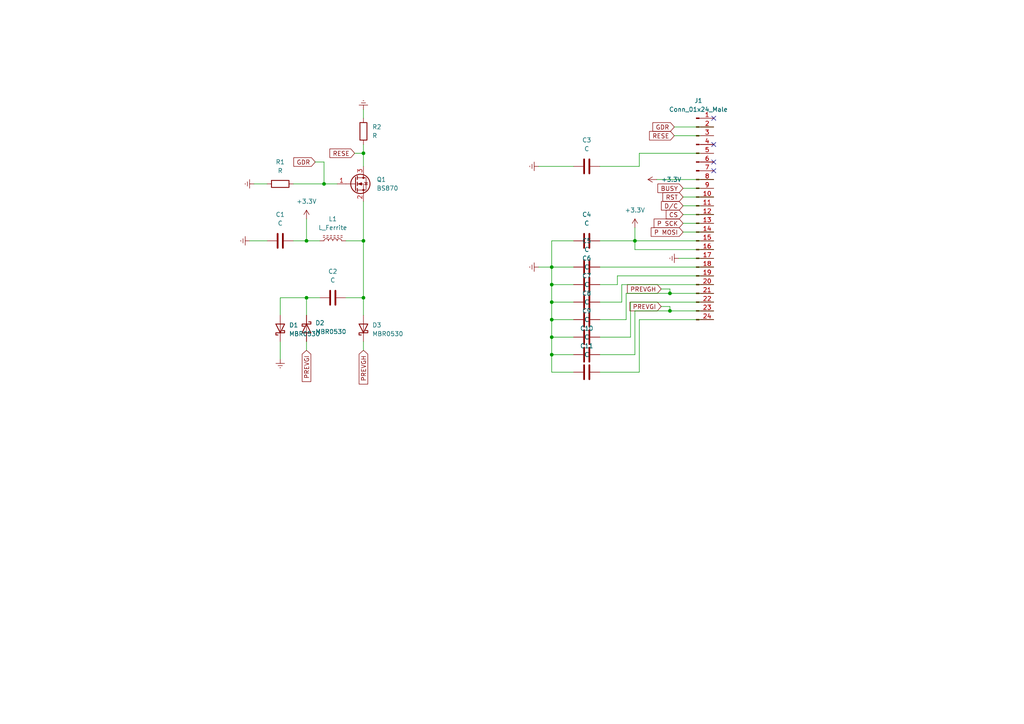
<source format=kicad_sch>
(kicad_sch (version 20211123) (generator eeschema)
  (paper "A4")
  (lib_symbols
    (symbol "Connector:Conn_01x24_Male" (pin_names (offset 1.016) hide)
      (property "Reference" "J" (at 0 30.48 0))
      (property "Value" "Conn_01x24_Male" (at 0 -33.02 0))
      (symbol "Conn_01x24_Male_1_1"
        (polyline (pts (xy 1.27 -30.48) (xy 0.8636 -30.48)) (stroke (width 0.1524)))
        (polyline (pts (xy 1.27 -27.94) (xy 0.8636 -27.94)) (stroke (width 0.1524)))
        (polyline (pts (xy 1.27 -25.4) (xy 0.8636 -25.4)) (stroke (width 0.1524)))
        (polyline (pts (xy 1.27 -22.86) (xy 0.8636 -22.86)) (stroke (width 0.1524)))
        (polyline (pts (xy 1.27 -20.32) (xy 0.8636 -20.32)) (stroke (width 0.1524)))
        (polyline (pts (xy 1.27 -17.78) (xy 0.8636 -17.78)) (stroke (width 0.1524)))
        (polyline (pts (xy 1.27 -15.24) (xy 0.8636 -15.24)) (stroke (width 0.1524)))
        (polyline (pts (xy 1.27 -12.7) (xy 0.8636 -12.7)) (stroke (width 0.1524)))
        (polyline (pts (xy 1.27 -10.16) (xy 0.8636 -10.16)) (stroke (width 0.1524)))
        (polyline (pts (xy 1.27 -7.62) (xy 0.8636 -7.62)) (stroke (width 0.1524)))
        (polyline (pts (xy 1.27 -5.08) (xy 0.8636 -5.08)) (stroke (width 0.1524)))
        (polyline (pts (xy 1.27 -2.54) (xy 0.8636 -2.54)) (stroke (width 0.1524)))
        (polyline (pts (xy 1.27 0) (xy 0.8636 0)) (stroke (width 0.1524)))
        (polyline (pts (xy 1.27 2.54) (xy 0.8636 2.54)) (stroke (width 0.1524)))
        (polyline (pts (xy 1.27 5.08) (xy 0.8636 5.08)) (stroke (width 0.1524)))
        (polyline (pts (xy 1.27 7.62) (xy 0.8636 7.62)) (stroke (width 0.1524)))
        (polyline (pts (xy 1.27 10.16) (xy 0.8636 10.16)) (stroke (width 0.1524)))
        (polyline (pts (xy 1.27 12.7) (xy 0.8636 12.7)) (stroke (width 0.1524)))
        (polyline (pts (xy 1.27 15.24) (xy 0.8636 15.24)) (stroke (width 0.1524)))
        (polyline (pts (xy 1.27 17.78) (xy 0.8636 17.78)) (stroke (width 0.1524)))
        (polyline (pts (xy 1.27 20.32) (xy 0.8636 20.32)) (stroke (width 0.1524)))
        (polyline (pts (xy 1.27 22.86) (xy 0.8636 22.86)) (stroke (width 0.1524)))
        (polyline (pts (xy 1.27 25.4) (xy 0.8636 25.4)) (stroke (width 0.1524)))
        (polyline (pts (xy 1.27 27.94) (xy 0.8636 27.94)) (stroke (width 0.1524)))
        (rectangle (start 0.8636 -30.353) (end 0 -30.607) (stroke (width 0.1524)) (fill (type outline)))
        (rectangle (start 0.8636 -27.813) (end 0 -28.067) (stroke (width 0.1524)) (fill (type outline)))
        (rectangle (start 0.8636 -25.273) (end 0 -25.527) (stroke (width 0.1524)) (fill (type outline)))
        (rectangle (start 0.8636 -22.733) (end 0 -22.987) (stroke (width 0.1524)) (fill (type outline)))
        (rectangle (start 0.8636 -20.193) (end 0 -20.447) (stroke (width 0.1524)) (fill (type outline)))
        (rectangle (start 0.8636 -17.653) (end 0 -17.907) (stroke (width 0.1524)) (fill (type outline)))
        (rectangle (start 0.8636 -15.113) (end 0 -15.367) (stroke (width 0.1524)) (fill (type outline)))
        (rectangle (start 0.8636 -12.573) (end 0 -12.827) (stroke (width 0.1524)) (fill (type outline)))
        (rectangle (start 0.8636 -10.033) (end 0 -10.287) (stroke (width 0.1524)) (fill (type outline)))
        (rectangle (start 0.8636 -7.493) (end 0 -7.747) (stroke (width 0.1524)) (fill (type outline)))
        (rectangle (start 0.8636 -4.953) (end 0 -5.207) (stroke (width 0.1524)) (fill (type outline)))
        (rectangle (start 0.8636 -2.413) (end 0 -2.667) (stroke (width 0.1524)) (fill (type outline)))
        (rectangle (start 0.8636 0.127) (end 0 -0.127) (stroke (width 0.1524)) (fill (type outline)))
        (rectangle (start 0.8636 2.667) (end 0 2.413) (stroke (width 0.1524)) (fill (type outline)))
        (rectangle (start 0.8636 5.207) (end 0 4.953) (stroke (width 0.1524)) (fill (type outline)))
        (rectangle (start 0.8636 7.747) (end 0 7.493) (stroke (width 0.1524)) (fill (type outline)))
        (rectangle (start 0.8636 10.287) (end 0 10.033) (stroke (width 0.1524)) (fill (type outline)))
        (rectangle (start 0.8636 12.827) (end 0 12.573) (stroke (width 0.1524)) (fill (type outline)))
        (rectangle (start 0.8636 15.367) (end 0 15.113) (stroke (width 0.1524)) (fill (type outline)))
        (rectangle (start 0.8636 17.907) (end 0 17.653) (stroke (width 0.1524)) (fill (type outline)))
        (rectangle (start 0.8636 20.447) (end 0 20.193) (stroke (width 0.1524)) (fill (type outline)))
        (rectangle (start 0.8636 22.987) (end 0 22.733) (stroke (width 0.1524)) (fill (type outline)))
        (rectangle (start 0.8636 25.527) (end 0 25.273) (stroke (width 0.1524)) (fill (type outline)))
        (rectangle (start 0.8636 28.067) (end 0 27.813) (stroke (width 0.1524)) (fill (type outline)))
        (pin passive line (at 5.08 27.94 180) (length 3.81) (name "Pin_1") (number "1"))
        (pin passive line (at 5.08 5.08 180) (length 3.81) (name "Pin_10") (number "10"))
        (pin passive line (at 5.08 2.54 180) (length 3.81) (name "Pin_11") (number "11"))
        (pin passive line (at 5.08 0 180) (length 3.81) (name "Pin_12") (number "12"))
        (pin passive line (at 5.08 -2.54 180) (length 3.81) (name "Pin_13") (number "13"))
        (pin passive line (at 5.08 -5.08 180) (length 3.81) (name "Pin_14") (number "14"))
        (pin passive line (at 5.08 -7.62 180) (length 3.81) (name "Pin_15") (number "15"))
        (pin passive line (at 5.08 -10.16 180) (length 3.81) (name "Pin_16") (number "16"))
        (pin passive line (at 5.08 -12.7 180) (length 3.81) (name "Pin_17") (number "17"))
        (pin passive line (at 5.08 -15.24 180) (length 3.81) (name "Pin_18") (number "18"))
        (pin passive line (at 5.08 -17.78 180) (length 3.81) (name "Pin_19") (number "19"))
        (pin passive line (at 5.08 25.4 180) (length 3.81) (name "Pin_2") (number "2"))
        (pin passive line (at 5.08 -20.32 180) (length 3.81) (name "Pin_20") (number "20"))
        (pin passive line (at 5.08 -22.86 180) (length 3.81) (name "Pin_21") (number "21"))
        (pin passive line (at 5.08 -25.4 180) (length 3.81) (name "Pin_22") (number "22"))
        (pin passive line (at 5.08 -27.94 180) (length 3.81) (name "Pin_23") (number "23"))
        (pin passive line (at 5.08 -30.48 180) (length 3.81) (name "Pin_24") (number "24"))
        (pin passive line (at 5.08 22.86 180) (length 3.81) (name "Pin_3") (number "3"))
        (pin passive line (at 5.08 20.32 180) (length 3.81) (name "Pin_4") (number "4"))
        (pin passive line (at 5.08 17.78 180) (length 3.81) (name "Pin_5") (number "5"))
        (pin passive line (at 5.08 15.24 180) (length 3.81) (name "Pin_6") (number "6"))
        (pin passive line (at 5.08 12.7 180) (length 3.81) (name "Pin_7") (number "7"))
        (pin passive line (at 5.08 10.16 180) (length 3.81) (name "Pin_8") (number "8"))
        (pin passive line (at 5.08 7.62 180) (length 3.81) (name "Pin_9") (number "9"))
      )
    )
    (symbol "Device:C" (pin_numbers hide) (pin_names (offset 0.254))
      (property "Reference" "C" (at 0.635 2.54 0))
      (property "Value" "C" (at 0.635 -2.54 0))
      (symbol "C_0_1"
        (polyline (pts (xy -2.032 -0.762) (xy 2.032 -0.762)) (stroke (width 0.508)))
        (polyline (pts (xy -2.032 0.762) (xy 2.032 0.762)) (stroke (width 0.508)))
      )
      (symbol "C_1_1"
        (pin passive line (at 0 3.81 270) (length 2.794) (name "~") (number "1"))
        (pin passive line (at 0 -3.81 90) (length 2.794) (name "~") (number "2"))
      )
    )
    (symbol "Device:L_Ferrite" (pin_numbers hide) (pin_names (offset 1.016) hide)
      (property "Reference" "L" (at -1.27 0 90))
      (property "Value" "L_Ferrite" (at 2.794 0 90))
      (symbol "L_Ferrite_0_1"
        (arc (start 0 -2.54) (mid 0.635 -1.905) (end 0 -1.27))
        (arc (start 0 -1.27) (mid 0.635 -0.635) (end 0 0))
        (polyline (pts (xy 1.016 -2.794) (xy 1.016 -2.286)))
        (polyline (pts (xy 1.016 -1.778) (xy 1.016 -1.27)))
        (polyline (pts (xy 1.016 -0.762) (xy 1.016 -0.254)))
        (polyline (pts (xy 1.016 0.254) (xy 1.016 0.762)))
        (polyline (pts (xy 1.016 1.27) (xy 1.016 1.778)))
        (polyline (pts (xy 1.016 2.286) (xy 1.016 2.794)))
        (polyline (pts (xy 1.524 -2.286) (xy 1.524 -2.794)))
        (polyline (pts (xy 1.524 -1.27) (xy 1.524 -1.778)))
        (polyline (pts (xy 1.524 -0.254) (xy 1.524 -0.762)))
        (polyline (pts (xy 1.524 0.762) (xy 1.524 0.254)))
        (polyline (pts (xy 1.524 1.778) (xy 1.524 1.27)))
        (polyline (pts (xy 1.524 2.794) (xy 1.524 2.286)))
        (arc (start 0 0) (mid 0.635 0.635) (end 0 1.27))
        (arc (start 0 1.27) (mid 0.635 1.905) (end 0 2.54))
      )
      (symbol "L_Ferrite_1_1"
        (pin passive line (at 0 3.81 270) (length 1.27) (name "1") (number "1"))
        (pin passive line (at 0 -3.81 90) (length 1.27) (name "2") (number "2"))
      )
    )
    (symbol "Device:R" (pin_numbers hide) (pin_names (offset 0))
      (property "Reference" "R" (at 2.032 0 90))
      (property "Value" "R" (at 0 0 90))
      (symbol "R_0_1"
        (rectangle (start -1.016 -2.54) (end 1.016 2.54) (stroke (width 0.254)))
      )
      (symbol "R_1_1"
        (pin passive line (at 0 3.81 270) (length 1.27) (name "~") (number "1"))
        (pin passive line (at 0 -3.81 90) (length 1.27) (name "~") (number "2"))
      )
    )
    (symbol "Diode:MBR0530" (pin_numbers hide) (pin_names (offset 1.016) hide)
      (property "Reference" "D" (at 0 2.54 0))
      (property "Value" "MBR0530" (at 0 -2.54 0))
      (symbol "MBR0530_0_1"
        (polyline (pts (xy 1.27 0) (xy -1.27 0)))
        (polyline (pts (xy 1.27 1.27) (xy 1.27 -1.27) (xy -1.27 0) (xy 1.27 1.27)) (stroke (width 0.254)))
        (polyline (pts (xy -1.905 0.635) (xy -1.905 1.27) (xy -1.27 1.27) (xy -1.27 -1.27) (xy -0.635 -1.27) (xy -0.635 -0.635)) (stroke (width 0.254)))
      )
      (symbol "MBR0530_1_1"
        (pin passive line (at -3.81 0 0) (length 2.54) (name "K") (number "1"))
        (pin passive line (at 3.81 0 180) (length 2.54) (name "A") (number "2"))
      )
    )
    (symbol "Transistor_FET:BS870" (pin_names hide)
      (property "Reference" "Q" (at 5.08 1.905 0))
      (property "Value" "BS870" (at 5.08 0 0))
      (symbol "BS870_0_1"
        (polyline (pts (xy 0.254 0) (xy -2.54 0)))
        (polyline (pts (xy 0.254 1.905) (xy 0.254 -1.905)) (stroke (width 0.254)))
        (polyline (pts (xy 0.762 -1.27) (xy 0.762 -2.286)) (stroke (width 0.254)))
        (polyline (pts (xy 0.762 0.508) (xy 0.762 -0.508)) (stroke (width 0.254)))
        (polyline (pts (xy 0.762 2.286) (xy 0.762 1.27)) (stroke (width 0.254)))
        (polyline (pts (xy 2.54 2.54) (xy 2.54 1.778)))
        (polyline (pts (xy 2.54 -2.54) (xy 2.54 0) (xy 0.762 0)))
        (polyline (pts (xy 0.762 -1.778) (xy 3.302 -1.778) (xy 3.302 1.778) (xy 0.762 1.778)))
        (polyline (pts (xy 1.016 0) (xy 2.032 0.381) (xy 2.032 -0.381) (xy 1.016 0)) (fill (type outline)))
        (polyline (pts (xy 2.794 0.508) (xy 2.921 0.381) (xy 3.683 0.381) (xy 3.81 0.254)))
        (polyline (pts (xy 3.302 0.381) (xy 2.921 -0.254) (xy 3.683 -0.254) (xy 3.302 0.381)))
        (circle (center 1.651 0) (radius 2.794) (stroke (width 0.254)))
        (circle (center 2.54 -1.778) (radius 0.254) (fill (type outline)))
        (circle (center 2.54 1.778) (radius 0.254) (fill (type outline)))
      )
      (symbol "BS870_1_1"
        (pin input line (at -5.08 0 0) (length 2.54) (name "G") (number "1"))
        (pin passive line (at 2.54 -5.08 90) (length 2.54) (name "S") (number "2"))
        (pin passive line (at 2.54 5.08 270) (length 2.54) (name "D") (number "3"))
      )
    )
    (symbol "power:+3.3V" (power) (pin_names (offset 0))
      (property "Value" "+3.3V" (at 0 3.556 0))
      (symbol "+3.3V_0_1"
        (polyline (pts (xy -0.762 1.27) (xy 0 2.54)))
        (polyline (pts (xy 0 0) (xy 0 2.54)))
        (polyline (pts (xy 0 2.54) (xy 0.762 1.27)))
      )
      (symbol "+3.3V_1_1"
        (pin power_in line (at 0 0 90) (length 0) hide (name "+3.3V") (number "1"))
      )
    )
    (symbol "power:Earth" (power) (pin_names (offset 0))
      (symbol "Earth_0_1"
        (polyline (pts (xy -0.635 -1.905) (xy 0.635 -1.905)))
        (polyline (pts (xy -0.127 -2.54) (xy 0.127 -2.54)))
        (polyline (pts (xy 0 -1.27) (xy 0 0)))
        (polyline (pts (xy 1.27 -1.27) (xy -1.27 -1.27)))
      )
      (symbol "Earth_1_1"
        (pin power_in line (at 0 0 270) (length 0) hide (name "Earth") (number "1"))
      )
    )
  )
  (junction (at 160.02 92.71))
  (junction (at 93.98 53.34))
  (junction (at 160.02 97.79))
  (junction (at 194.31 85.09))
  (junction (at 194.31 90.17))
  (junction (at 88.9 69.85))
  (junction (at 160.02 82.55))
  (junction (at 160.02 87.63))
  (junction (at 105.41 86.36))
  (junction (at 184.15 69.85))
  (junction (at 105.41 69.85))
  (junction (at 88.9 86.36))
  (junction (at 160.02 77.47))
  (junction (at 160.02 102.87))
  (junction (at 105.41 44.45))
  (no_connect (at 207.01 41.91))
  (no_connect (at 207.01 34.29))
  (no_connect (at 207.01 46.99))
  (no_connect (at 207.01 49.53))
  (wire (pts (xy 160.02 77.47) (xy 166.37 77.47)))
  (wire (pts (xy 194.31 88.9) (xy 194.31 90.17)))
  (wire (pts (xy 92.71 86.36) (xy 88.9 86.36)))
  (wire (pts (xy 173.99 69.85) (xy 184.15 69.85)))
  (wire (pts (xy 73.66 53.34) (xy 77.47 53.34)))
  (wire (pts (xy 184.15 72.39) (xy 207.01 72.39)))
  (wire (pts (xy 88.9 86.36) (xy 88.9 91.44)))
  (wire (pts (xy 179.07 80.01) (xy 179.07 82.55)))
  (wire (pts (xy 160.02 87.63) (xy 166.37 87.63)))
  (wire (pts (xy 85.09 53.34) (xy 93.98 53.34)))
  (wire (pts (xy 105.41 58.42) (xy 105.41 69.85)))
  (wire (pts (xy 160.02 92.71) (xy 166.37 92.71)))
  (wire (pts (xy 91.44 46.99) (xy 93.98 46.99)))
  (wire (pts (xy 102.87 44.45) (xy 105.41 44.45)))
  (wire (pts (xy 185.42 92.71) (xy 185.42 107.95)))
  (wire (pts (xy 190.5 52.07) (xy 207.01 52.07)))
  (wire (pts (xy 173.99 77.47) (xy 207.01 77.47)))
  (wire (pts (xy 160.02 82.55) (xy 160.02 77.47)))
  (wire (pts (xy 105.41 41.91) (xy 105.41 44.45)))
  (wire (pts (xy 195.58 39.37) (xy 207.01 39.37)))
  (wire (pts (xy 105.41 69.85) (xy 105.41 86.36)))
  (wire (pts (xy 181.61 85.09) (xy 181.61 92.71)))
  (wire (pts (xy 81.28 99.06) (xy 81.28 104.14)))
  (wire (pts (xy 93.98 46.99) (xy 93.98 53.34)))
  (wire (pts (xy 105.41 44.45) (xy 105.41 48.26)))
  (wire (pts (xy 88.9 69.85) (xy 92.71 69.85)))
  (wire (pts (xy 181.61 92.71) (xy 173.99 92.71)))
  (wire (pts (xy 100.33 69.85) (xy 105.41 69.85)))
  (wire (pts (xy 72.39 69.85) (xy 77.47 69.85)))
  (wire (pts (xy 166.37 69.85) (xy 160.02 69.85)))
  (wire (pts (xy 166.37 107.95) (xy 160.02 107.95)))
  (wire (pts (xy 100.33 86.36) (xy 105.41 86.36)))
  (wire (pts (xy 184.15 72.39) (xy 184.15 69.85)))
  (wire (pts (xy 198.12 59.69) (xy 207.01 59.69)))
  (wire (pts (xy 198.12 67.31) (xy 207.01 67.31)))
  (wire (pts (xy 185.42 92.71) (xy 207.01 92.71)))
  (wire (pts (xy 194.31 83.82) (xy 194.31 85.09)))
  (wire (pts (xy 184.15 90.17) (xy 184.15 102.87)))
  (wire (pts (xy 185.42 107.95) (xy 173.99 107.95)))
  (wire (pts (xy 160.02 97.79) (xy 160.02 92.71)))
  (wire (pts (xy 105.41 86.36) (xy 105.41 91.44)))
  (wire (pts (xy 182.88 87.63) (xy 207.01 87.63)))
  (wire (pts (xy 166.37 97.79) (xy 160.02 97.79)))
  (wire (pts (xy 184.15 69.85) (xy 207.01 69.85)))
  (wire (pts (xy 198.12 54.61) (xy 207.01 54.61)))
  (wire (pts (xy 166.37 102.87) (xy 160.02 102.87)))
  (wire (pts (xy 160.02 82.55) (xy 166.37 82.55)))
  (wire (pts (xy 184.15 102.87) (xy 173.99 102.87)))
  (wire (pts (xy 194.31 90.17) (xy 207.01 90.17)))
  (wire (pts (xy 160.02 107.95) (xy 160.02 102.87)))
  (wire (pts (xy 198.12 57.15) (xy 207.01 57.15)))
  (wire (pts (xy 180.34 82.55) (xy 180.34 87.63)))
  (wire (pts (xy 179.07 80.01) (xy 207.01 80.01)))
  (wire (pts (xy 194.31 85.09) (xy 207.01 85.09)))
  (wire (pts (xy 160.02 87.63) (xy 160.02 82.55)))
  (wire (pts (xy 194.31 85.09) (xy 181.61 85.09)))
  (wire (pts (xy 194.31 90.17) (xy 184.15 90.17)))
  (wire (pts (xy 198.12 64.77) (xy 207.01 64.77)))
  (wire (pts (xy 105.41 99.06) (xy 105.41 101.6)))
  (wire (pts (xy 160.02 92.71) (xy 160.02 87.63)))
  (wire (pts (xy 81.28 86.36) (xy 81.28 91.44)))
  (wire (pts (xy 182.88 87.63) (xy 182.88 97.79)))
  (wire (pts (xy 184.15 66.04) (xy 184.15 69.85)))
  (wire (pts (xy 156.21 48.26) (xy 166.37 48.26)))
  (wire (pts (xy 180.34 82.55) (xy 207.01 82.55)))
  (wire (pts (xy 88.9 99.06) (xy 88.9 101.6)))
  (wire (pts (xy 185.42 48.26) (xy 173.99 48.26)))
  (wire (pts (xy 185.42 44.45) (xy 185.42 48.26)))
  (wire (pts (xy 85.09 69.85) (xy 88.9 69.85)))
  (wire (pts (xy 185.42 44.45) (xy 207.01 44.45)))
  (wire (pts (xy 180.34 87.63) (xy 173.99 87.63)))
  (wire (pts (xy 196.85 74.93) (xy 207.01 74.93)))
  (wire (pts (xy 156.21 77.47) (xy 160.02 77.47)))
  (wire (pts (xy 105.41 31.75) (xy 105.41 34.29)))
  (wire (pts (xy 179.07 82.55) (xy 173.99 82.55)))
  (wire (pts (xy 191.77 88.9) (xy 194.31 88.9)))
  (wire (pts (xy 93.98 53.34) (xy 97.79 53.34)))
  (wire (pts (xy 88.9 86.36) (xy 81.28 86.36)))
  (wire (pts (xy 195.58 36.83) (xy 207.01 36.83)))
  (wire (pts (xy 88.9 69.85) (xy 88.9 63.5)))
  (wire (pts (xy 160.02 102.87) (xy 160.02 97.79)))
  (wire (pts (xy 198.12 62.23) (xy 207.01 62.23)))
  (wire (pts (xy 191.77 83.82) (xy 194.31 83.82)))
  (wire (pts (xy 160.02 69.85) (xy 160.02 77.47)))
  (wire (pts (xy 182.88 97.79) (xy 173.99 97.79)))
  (global_label "RESE" (shape input) (at 102.87 44.45 180) (property "Intersheet References" "${INTERSHEET_REFS}" (effects hide)))
  (global_label "CS" (shape input) (at 198.12 62.23 180) (property "Intersheet References" "${INTERSHEET_REFS}" (effects hide)))
  (global_label "GDR" (shape input) (at 195.58 36.83 180) (property "Intersheet References" "${INTERSHEET_REFS}" (effects hide)))
  (global_label "D{slash}C" (shape input) (at 198.12 59.69 180) (property "Intersheet References" "${INTERSHEET_REFS}" (effects hide)))
  (global_label "P MOSI" (shape input) (at 198.12 67.31 180) (property "Intersheet References" "${INTERSHEET_REFS}" (effects hide)))
  (global_label "RESE" (shape input) (at 195.58 39.37 180) (property "Intersheet References" "${INTERSHEET_REFS}" (effects hide)))
  (global_label "PREVGI" (shape input) (at 88.9 101.6 270) (property "Intersheet References" "${INTERSHEET_REFS}" (effects hide)))
  (global_label "BUSY" (shape input) (at 198.12 54.61 180) (property "Intersheet References" "${INTERSHEET_REFS}" (effects hide)))
  (global_label "PREVGH" (shape input) (at 105.41 101.6 270) (property "Intersheet References" "${INTERSHEET_REFS}" (effects hide)))
  (global_label "PREVGH" (shape input) (at 191.77 83.82 180) (property "Intersheet References" "${INTERSHEET_REFS}" (effects hide)))
  (global_label "RST" (shape input) (at 198.12 57.15 180) (property "Intersheet References" "${INTERSHEET_REFS}" (effects hide)))
  (global_label "GDR" (shape input) (at 91.44 46.99 180) (property "Intersheet References" "${INTERSHEET_REFS}" (effects hide)))
  (global_label "PREVGI" (shape input) (at 191.77 88.9 180) (property "Intersheet References" "${INTERSHEET_REFS}" (effects hide)))
  (global_label "P SCK" (shape input) (at 198.12 64.77 180) (property "Intersheet References" "${INTERSHEET_REFS}" (effects hide)))
  (symbol (lib_id "power:+3.3V") (at 190.5 52.07 90) (unit 1)
    (property "Reference" "#PWR0102" (effects hide))
    (property "Value" "+3.3V" (at 191.77 52.0699 90) (effects (justify right)))
  )
  (symbol (lib_id "Device:C") (at 170.18 82.55 90) (unit 1)
    (property "Reference" "C6" (at 170.18 74.93 90))
    (property "Value" "C" (at 170.18 77.47 90))
  )
  (symbol (lib_id "Transistor_FET:BS870") (at 102.87 53.34 0) (unit 1)
    (property "Reference" "Q1" (at 109.22 52.0699 0) (effects (justify left)))
    (property "Value" "BS870" (at 109.22 54.6099 0) (effects (justify left)))
    (property "Footprint" "Package_TO_SOT_SMD:SOT-23" (effects hide))
    (property "Datasheet" "http://www.diodes.com/assets/Datasheets/ds11302.pdf" (effects hide))
  )
  (symbol (lib_id "Device:C") (at 170.18 87.63 90) (unit 1)
    (property "Reference" "C7" (at 170.18 80.01 90))
    (property "Value" "C" (at 170.18 82.55 90))
  )
  (symbol (lib_id "Device:C") (at 170.18 97.79 90) (unit 1)
    (property "Reference" "C9" (at 170.18 90.17 90))
    (property "Value" "C" (at 170.18 92.71 90))
  )
  (symbol (lib_id "power:Earth") (at 81.28 104.14 0) (unit 1)
    (property "Reference" "#PWR0106" (effects hide))
    (property "Value" "Earth" (effects hide))
  )
  (symbol (lib_id "Device:C") (at 170.18 107.95 270) (unit 1)
    (property "Reference" "C11" (at 170.18 100.33 90))
    (property "Value" "C" (at 170.18 102.87 90))
  )
  (symbol (lib_id "power:Earth") (at 156.21 48.26 270) (unit 1)
    (property "Reference" "#PWR0105" (effects hide))
    (property "Value" "Earth" (effects hide))
  )
  (symbol (lib_id "power:Earth") (at 105.41 31.75 180) (unit 1)
    (property "Reference" "#PWR0107" (effects hide))
    (property "Value" "Earth" (effects hide))
  )
  (symbol (lib_id "power:+3.3V") (at 88.9 63.5 0) (unit 1)
    (property "Reference" "#PWR0110" (effects hide))
    (property "Value" "+3.3V" (at 88.9 58.42 0))
  )
  (symbol (lib_id "power:Earth") (at 196.85 74.93 270) (unit 1)
    (property "Reference" "#PWR0103" (effects hide))
    (property "Value" "Earth" (effects hide))
  )
  (symbol (lib_id "Device:C") (at 81.28 69.85 90) (unit 1)
    (property "Reference" "C1" (at 81.28 62.23 90))
    (property "Value" "C" (at 81.28 64.77 90))
  )
  (symbol (lib_id "Device:C") (at 170.18 77.47 90) (unit 1)
    (property "Reference" "C5" (at 170.18 69.85 90))
    (property "Value" "C" (at 170.18 72.39 90))
  )
  (symbol (lib_id "Diode:MBR0530") (at 105.41 95.25 90) (unit 1)
    (property "Reference" "D3" (at 107.95 94.2974 90) (effects (justify right)))
    (property "Value" "MBR0530" (at 107.95 96.8374 90) (effects (justify right)))
    (property "Footprint" "Diode_SMD:D_SOD-123" (effects hide))
    (property "Datasheet" "http://www.mccsemi.com/up_pdf/MBR0520~MBR0580(SOD123).pdf" (effects hide))
  )
  (symbol (lib_id "Device:C") (at 170.18 48.26 270) (unit 1)
    (property "Reference" "C3" (at 170.18 40.64 90))
    (property "Value" "C" (at 170.18 43.18 90))
  )
  (symbol (lib_id "power:Earth") (at 156.21 77.47 270) (unit 1)
    (property "Reference" "#PWR0104" (effects hide))
    (property "Value" "Earth" (effects hide))
  )
  (symbol (lib_id "Device:C") (at 170.18 69.85 90) (unit 1)
    (property "Reference" "C4" (at 170.18 62.23 90))
    (property "Value" "C" (at 170.18 64.77 90))
  )
  (symbol (lib_id "Diode:MBR0530") (at 88.9 95.25 270) (unit 1)
    (property "Reference" "D2" (at 91.44 93.6624 90) (effects (justify left)))
    (property "Value" "MBR0530" (at 91.44 96.2024 90) (effects (justify left)))
    (property "Footprint" "Diode_SMD:D_SOD-123" (effects hide))
    (property "Datasheet" "http://www.mccsemi.com/up_pdf/MBR0520~MBR0580(SOD123).pdf" (effects hide))
  )
  (symbol (lib_id "power:+3.3V") (at 184.15 66.04 0) (unit 1)
    (property "Reference" "#PWR0101" (effects hide))
    (property "Value" "+3.3V" (at 184.15 60.96 0))
  )
  (symbol (lib_id "Device:R") (at 105.41 38.1 0) (unit 1)
    (property "Reference" "R2" (at 107.95 36.8299 0) (effects (justify left)))
    (property "Value" "R" (at 107.95 39.3699 0) (effects (justify left)))
  )
  (symbol (lib_id "Device:C") (at 96.52 86.36 90) (unit 1)
    (property "Reference" "C2" (at 96.52 78.74 90))
    (property "Value" "C" (at 96.52 81.28 90))
  )
  (symbol (lib_id "power:Earth") (at 73.66 53.34 270) (unit 1)
    (property "Reference" "#PWR0108" (effects hide))
    (property "Value" "Earth" (effects hide))
  )
  (symbol (lib_id "Device:R") (at 81.28 53.34 90) (unit 1)
    (property "Reference" "R1" (at 81.28 46.99 90))
    (property "Value" "R" (at 81.28 49.53 90))
  )
  (symbol (lib_id "Device:L_Ferrite") (at 96.52 69.85 90) (unit 1)
    (property "Reference" "L1" (at 96.52 63.5 90))
    (property "Value" "L_Ferrite" (at 96.52 66.04 90))
  )
  (symbol (lib_id "Device:C") (at 170.18 92.71 90) (unit 1)
    (property "Reference" "C8" (at 170.18 85.09 90))
    (property "Value" "C" (at 170.18 87.63 90))
  )
  (symbol (lib_id "power:Earth") (at 72.39 69.85 270) (unit 1)
    (property "Reference" "#PWR0109" (effects hide))
    (property "Value" "Earth" (effects hide))
  )
  (symbol (lib_id "Connector:Conn_01x24_Male") (at 201.93 62.23 0) (unit 1)
    (property "Reference" "J1" (at 202.565 29.21 0))
    (property "Value" "Conn_01x24_Male" (at 202.565 31.75 0))
  )
  (symbol (lib_id "Device:C") (at 170.18 102.87 270) (unit 1)
    (property "Reference" "C10" (at 170.18 95.25 90))
    (property "Value" "C" (at 170.18 97.79 90))
  )
  (symbol (lib_id "Diode:MBR0530") (at 81.28 95.25 90) (unit 1)
    (property "Reference" "D1" (at 83.82 94.2974 90) (effects (justify right)))
    (property "Value" "MBR0530" (at 83.82 96.8374 90) (effects (justify right)))
    (property "Footprint" "Diode_SMD:D_SOD-123" (effects hide))
    (property "Datasheet" "http://www.mccsemi.com/up_pdf/MBR0520~MBR0580(SOD123).pdf" (effects hide))
  )
)
</source>
